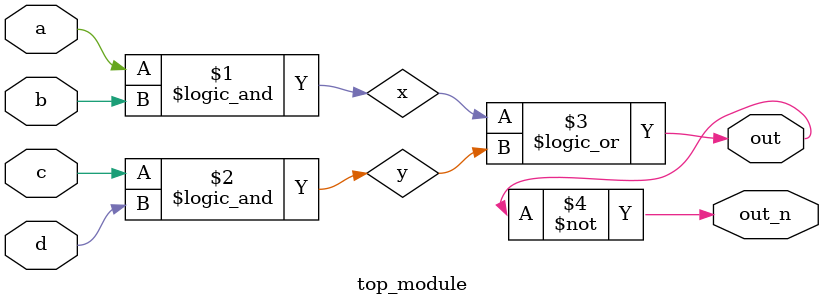
<source format=v>
module top_module (
    input  wire  a,
    input  wire  b,
    input  wire  c,
    input  wire  d,
    output wire  out,
    output wire  out_n
);
    wire x, y;
    assign x = a && b;
    assign y = c && d;
    assign out = x || y;
    assign out_n = ~out;
endmodule

</source>
